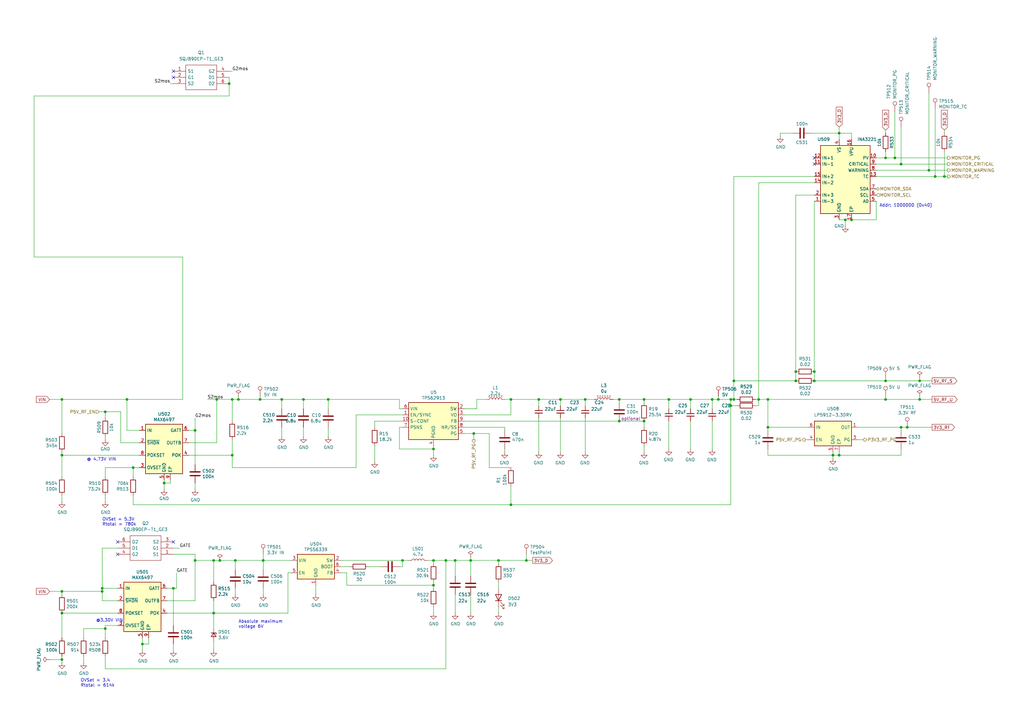
<source format=kicad_sch>
(kicad_sch (version 20230121) (generator eeschema)
  (paper "A3")
  (title_block (title "SatNOGS COMMS") (date "2020-02-20") (comment 1 "CERN OHL version 1.2"))
  (junction (at 25.4 242.57))
  (junction (at 193.04 229.87))
  (junction (at 177.8 229.87))
  (junction (at 377.19 156.21))
  (junction (at 292.1 163.83))
  (junction (at 58.42 264.16))
  (junction (at 311.15 163.83))
  (junction (at 95.25 163.83))
  (junction (at 177.8 240.03))
  (junction (at 229.87 163.83))
  (junction (at 264.16 172.72))
  (junction (at 341.63 186.69))
  (junction (at 43.18 257.81))
  (junction (at 107.95 229.87))
  (junction (at 106.68 163.83))
  (junction (at 363.22 163.83))
  (junction (at 67.31 198.12))
  (junction (at 299.72 163.83))
  (junction (at 115.57 163.83))
  (junction (at 209.55 207.01))
  (junction (at 124.46 163.83))
  (junction (at 294.64 163.83))
  (junction (at 52.07 163.83))
  (junction (at 344.17 186.69))
  (junction (at 209.55 163.83))
  (junction (at 80.01 229.87))
  (junction (at 299.72 166.37))
  (junction (at 334.01 152.4))
  (junction (at 204.47 229.87))
  (junction (at 95.25 186.69))
  (junction (at 87.63 251.46))
  (junction (at 381 69.85))
  (junction (at 349.25 90.17))
  (junction (at 254 172.72))
  (junction (at 372.11 175.26))
  (junction (at 43.18 168.91))
  (junction (at 88.9 163.83))
  (junction (at 41.91 241.3))
  (junction (at 274.32 163.83))
  (junction (at 300.99 163.83))
  (junction (at 283.21 163.83))
  (junction (at 87.63 229.87))
  (junction (at 314.96 163.83))
  (junction (at 387.35 72.39))
  (junction (at 377.19 163.83))
  (junction (at 363.22 156.21))
  (junction (at 344.17 54.61))
  (junction (at 300.99 156.21))
  (junction (at 326.39 156.21))
  (junction (at 240.03 163.83))
  (junction (at 346.71 90.17))
  (junction (at 186.69 229.87))
  (junction (at 220.98 163.83))
  (junction (at 134.62 163.83))
  (junction (at 383.54 72.39))
  (junction (at 326.39 152.4))
  (junction (at 254 163.83))
  (junction (at 194.31 177.8))
  (junction (at 215.9 229.87))
  (junction (at 54.61 191.77))
  (junction (at 314.96 175.26))
  (junction (at 334.01 156.21))
  (junction (at 165.1 229.87))
  (junction (at 25.4 163.83))
  (junction (at 90.17 229.87))
  (junction (at 25.4 270.51))
  (junction (at 369.57 67.31))
  (junction (at 96.52 229.87))
  (junction (at 363.22 64.77))
  (junction (at 367.03 64.77))
  (junction (at 177.8 184.15))
  (junction (at 25.4 186.69))
  (junction (at 264.16 163.83))
  (junction (at 369.57 175.26))
  (junction (at 93.98 34.29))
  (junction (at 97.79 163.83))
  (junction (at 182.88 229.87))
  (junction (at 80.01 176.53))
  (junction (at 41.91 242.57))
  (junction (at 71.12 241.3))
  (junction (at 25.4 251.46))
  (no_connect (at 71.12 222.25))
  (no_connect (at 71.12 31.75))
  (no_connect (at 334.01 64.77))
  (no_connect (at 48.26 222.25))
  (no_connect (at 334.01 67.31))
  (no_connect (at 71.12 29.21))
  (no_connect (at 48.26 227.33))
  (wire (pts (xy 80.01 227.33) (xy 80.01 229.87)))
  (wire (pts (xy 163.83 163.83) (xy 163.83 167.64)))
  (wire (pts (xy 43.18 274.32) (xy 182.88 274.32)))
  (wire (pts (xy 377.19 162.56) (xy 377.19 163.83)))
  (wire (pts (xy 294.64 163.83) (xy 292.1 163.83)))
  (wire (pts (xy 54.61 191.77) (xy 43.18 191.77)))
  (wire (pts (xy 332.74 54.61) (xy 344.17 54.61)))
  (wire (pts (xy 207.01 163.83) (xy 209.55 163.83)))
  (wire (pts (xy 71.12 241.3) (xy 71.12 256.54)))
  (wire (pts (xy 74.93 163.83) (xy 52.07 163.83)))
  (wire (pts (xy 311.15 74.93) (xy 334.01 74.93)))
  (wire (pts (xy 151.13 232.41) (xy 156.21 232.41)))
  (wire (pts (xy 220.98 163.83) (xy 229.87 163.83)))
  (wire (pts (xy 363.22 162.56) (xy 363.22 163.83)))
  (wire (pts (xy 344.17 52.07) (xy 344.17 54.61)))
  (wire (pts (xy 229.87 171.45) (xy 229.87 185.42)))
  (wire (pts (xy 96.52 241.3) (xy 96.52 243.84)))
  (wire (pts (xy 49.53 168.91) (xy 49.53 181.61)))
  (wire (pts (xy 163.83 184.15) (xy 177.8 184.15)))
  (wire (pts (xy 314.96 163.83) (xy 314.96 175.26)))
  (wire (pts (xy 334.01 156.21) (xy 363.22 156.21)))
  (wire (pts (xy 43.18 256.54) (xy 43.18 257.81)))
  (wire (pts (xy 146.05 191.77) (xy 146.05 170.18)))
  (wire (pts (xy 344.17 54.61) (xy 344.17 57.15)))
  (wire (pts (xy 41.91 224.79) (xy 41.91 241.3)))
  (wire (pts (xy 254 172.72) (xy 264.16 172.72)))
  (wire (pts (xy 326.39 80.01) (xy 326.39 152.4)))
  (wire (pts (xy 177.8 240.03) (xy 177.8 241.3)))
  (wire (pts (xy 163.83 232.41) (xy 165.1 232.41)))
  (wire (pts (xy 163.83 175.26) (xy 163.83 184.15)))
  (wire (pts (xy 80.01 190.5) (xy 80.01 176.53)))
  (wire (pts (xy 115.57 167.64) (xy 115.57 163.83)))
  (wire (pts (xy 229.87 163.83) (xy 240.03 163.83)))
  (wire (pts (xy 142.24 240.03) (xy 177.8 240.03)))
  (wire (pts (xy 254 163.83) (xy 264.16 163.83)))
  (wire (pts (xy 274.32 163.83) (xy 283.21 163.83)))
  (wire (pts (xy 215.9 229.87) (xy 218.44 229.87)))
  (wire (pts (xy 363.22 154.94) (xy 363.22 156.21)))
  (wire (pts (xy 134.62 175.26) (xy 134.62 179.07)))
  (wire (pts (xy 220.98 163.83) (xy 220.98 166.37)))
  (wire (pts (xy 90.17 229.87) (xy 96.52 229.87)))
  (wire (pts (xy 372.11 175.26) (xy 382.27 175.26)))
  (wire (pts (xy 177.8 238.76) (xy 177.8 240.03)))
  (wire (pts (xy 80.01 171.45) (xy 80.01 176.53)))
  (wire (pts (xy 43.18 261.62) (xy 43.18 257.81)))
  (wire (pts (xy 309.88 166.37) (xy 311.15 166.37)))
  (wire (pts (xy 146.05 170.18) (xy 165.1 170.18)))
  (wire (pts (xy 346.71 90.17) (xy 349.25 90.17)))
  (wire (pts (xy 88.9 163.83) (xy 88.9 181.61)))
  (wire (pts (xy 41.91 242.57) (xy 25.4 242.57)))
  (wire (pts (xy 25.4 186.69) (xy 25.4 185.42)))
  (wire (pts (xy 60.96 264.16) (xy 58.42 264.16)))
  (wire (pts (xy 299.72 207.01) (xy 299.72 166.37)))
  (wire (pts (xy 372.11 175.26) (xy 369.57 175.26)))
  (wire (pts (xy 115.57 163.83) (xy 124.46 163.83)))
  (wire (pts (xy 115.57 175.26) (xy 115.57 179.07)))
  (wire (pts (xy 167.64 229.87) (xy 165.1 229.87)))
  (wire (pts (xy 95.25 163.83) (xy 97.79 163.83)))
  (wire (pts (xy 344.17 90.17) (xy 346.71 90.17)))
  (wire (pts (xy 299.72 166.37) (xy 302.26 166.37)))
  (wire (pts (xy 87.63 262.89) (xy 87.63 266.7)))
  (wire (pts (xy 25.4 163.83) (xy 20.32 163.83)))
  (wire (pts (xy 254 163.83) (xy 254 165.1)))
  (wire (pts (xy 124.46 175.26) (xy 124.46 179.07)))
  (wire (pts (xy 41.91 246.38) (xy 48.26 246.38)))
  (wire (pts (xy 87.63 238.76) (xy 87.63 229.87)))
  (wire (pts (xy 71.12 264.16) (xy 71.12 266.7)))
  (wire (pts (xy 124.46 163.83) (xy 134.62 163.83)))
  (wire (pts (xy 194.31 177.8) (xy 194.31 180.34)))
  (wire (pts (xy 134.62 163.83) (xy 163.83 163.83)))
  (wire (pts (xy 193.04 228.6) (xy 193.04 229.87)))
  (wire (pts (xy 381 38.1) (xy 381 69.85)))
  (wire (pts (xy 186.69 236.22) (xy 186.69 229.87)))
  (wire (pts (xy 182.88 229.87) (xy 186.69 229.87)))
  (wire (pts (xy 52.07 176.53) (xy 52.07 163.83)))
  (wire (pts (xy 163.83 167.64) (xy 165.1 167.64)))
  (wire (pts (xy 129.54 240.03) (xy 129.54 243.84)))
  (wire (pts (xy 377.19 154.94) (xy 377.19 156.21)))
  (wire (pts (xy 41.91 224.79) (xy 48.26 224.79)))
  (wire (pts (xy 177.8 248.92) (xy 177.8 251.46)))
  (wire (pts (xy 359.41 82.55) (xy 359.41 90.17)))
  (wire (pts (xy 88.9 181.61) (xy 77.47 181.61)))
  (wire (pts (xy 106.68 163.83) (xy 115.57 163.83)))
  (wire (pts (xy 334.01 152.4) (xy 334.01 156.21)))
  (wire (pts (xy 25.4 251.46) (xy 25.4 261.62)))
  (wire (pts (xy 363.22 156.21) (xy 377.19 156.21)))
  (wire (pts (xy 363.22 62.23) (xy 363.22 64.77)))
  (wire (pts (xy 74.93 163.83) (xy 74.93 105.41)))
  (wire (pts (xy 54.61 203.2) (xy 54.61 207.01)))
  (wire (pts (xy 311.15 163.83) (xy 314.96 163.83)))
  (wire (pts (xy 387.35 54.61) (xy 387.35 53.34)))
  (wire (pts (xy 341.63 186.69) (xy 344.17 186.69)))
  (wire (pts (xy 25.4 270.51) (xy 25.4 269.24)))
  (wire (pts (xy 67.31 200.66) (xy 67.31 198.12)))
  (wire (pts (xy 215.9 227.33) (xy 215.9 229.87)))
  (wire (pts (xy 107.95 229.87) (xy 119.38 229.87)))
  (wire (pts (xy 74.93 105.41) (xy 13.97 105.41)))
  (wire (pts (xy 95.25 191.77) (xy 95.25 186.69)))
  (wire (pts (xy 118.11 251.46) (xy 87.63 251.46)))
  (wire (pts (xy 369.57 52.07) (xy 369.57 67.31)))
  (wire (pts (xy 264.16 182.88) (xy 264.16 185.42)))
  (wire (pts (xy 349.25 54.61) (xy 344.17 54.61)))
  (wire (pts (xy 165.1 229.87) (xy 139.7 229.87)))
  (wire (pts (xy 49.53 181.61) (xy 57.15 181.61)))
  (wire (pts (xy 142.24 234.95) (xy 142.24 240.03)))
  (wire (pts (xy 68.58 251.46) (xy 87.63 251.46)))
  (wire (pts (xy 383.54 72.39) (xy 359.41 72.39)))
  (wire (pts (xy 95.25 172.72) (xy 95.25 163.83)))
  (wire (pts (xy 25.4 242.57) (xy 20.32 242.57)))
  (wire (pts (xy 334.01 72.39) (xy 300.99 72.39)))
  (wire (pts (xy 334.01 82.55) (xy 334.01 152.4)))
  (wire (pts (xy 264.16 172.72) (xy 264.16 175.26)))
  (wire (pts (xy 20.32 270.51) (xy 25.4 270.51)))
  (wire (pts (xy 175.26 229.87) (xy 177.8 229.87)))
  (wire (pts (xy 153.67 172.72) (xy 165.1 172.72)))
  (wire (pts (xy 341.63 186.69) (xy 341.63 185.42)))
  (wire (pts (xy 139.7 232.41) (xy 143.51 232.41)))
  (wire (pts (xy 193.04 229.87) (xy 204.47 229.87)))
  (wire (pts (xy 34.29 257.81) (xy 43.18 257.81)))
  (wire (pts (xy 25.4 243.84) (xy 25.4 242.57)))
  (wire (pts (xy 283.21 163.83) (xy 283.21 167.64)))
  (wire (pts (xy 71.12 241.3) (xy 68.58 241.3)))
  (wire (pts (xy 367.03 64.77) (xy 388.62 64.77)))
  (wire (pts (xy 142.24 234.95) (xy 139.7 234.95)))
  (wire (pts (xy 387.35 72.39) (xy 383.54 72.39)))
  (wire (pts (xy 377.19 156.21) (xy 382.27 156.21)))
  (wire (pts (xy 207.01 185.42) (xy 207.01 184.15)))
  (wire (pts (xy 193.04 236.22) (xy 193.04 229.87)))
  (wire (pts (xy 264.16 165.1) (xy 264.16 163.83)))
  (wire (pts (xy 77.47 186.69) (xy 95.25 186.69)))
  (wire (pts (xy 300.99 72.39) (xy 300.99 156.21)))
  (wire (pts (xy 54.61 207.01) (xy 209.55 207.01)))
  (wire (pts (xy 186.69 243.84) (xy 186.69 251.46)))
  (wire (pts (xy 118.11 234.95) (xy 118.11 251.46)))
  (wire (pts (xy 13.97 105.41) (xy 13.97 39.37)))
  (wire (pts (xy 229.87 163.83) (xy 229.87 166.37)))
  (wire (pts (xy 283.21 172.72) (xy 283.21 184.15)))
  (wire (pts (xy 67.31 198.12) (xy 69.85 198.12)))
  (wire (pts (xy 204.47 229.87) (xy 204.47 231.14)))
  (wire (pts (xy 369.57 67.31) (xy 359.41 67.31)))
  (wire (pts (xy 200.66 191.77) (xy 209.55 191.77)))
  (wire (pts (xy 153.67 172.72) (xy 153.67 175.26)))
  (wire (pts (xy 209.55 207.01) (xy 299.72 207.01)))
  (wire (pts (xy 320.04 55.88) (xy 320.04 54.61)))
  (wire (pts (xy 300.99 156.21) (xy 300.99 163.83)))
  (wire (pts (xy 240.03 163.83) (xy 243.84 163.83)))
  (wire (pts (xy 220.98 171.45) (xy 220.98 185.42)))
  (wire (pts (xy 88.9 163.83) (xy 95.25 163.83)))
  (wire (pts (xy 292.1 172.72) (xy 292.1 184.15)))
  (wire (pts (xy 377.19 163.83) (xy 382.27 163.83)))
  (wire (pts (xy 118.11 234.95) (xy 119.38 234.95)))
  (wire (pts (xy 124.46 163.83) (xy 124.46 167.64)))
  (wire (pts (xy 330.2 180.34) (xy 331.47 180.34)))
  (wire (pts (xy 72.39 234.95) (xy 72.39 241.3)))
  (wire (pts (xy 344.17 186.69) (xy 369.57 186.69)))
  (wire (pts (xy 359.41 90.17) (xy 349.25 90.17)))
  (wire (pts (xy 80.01 176.53) (xy 77.47 176.53)))
  (wire (pts (xy 60.96 261.62) (xy 60.96 264.16)))
  (wire (pts (xy 351.79 180.34) (xy 354.33 180.34)))
  (wire (pts (xy 48.26 251.46) (xy 25.4 251.46)))
  (wire (pts (xy 87.63 229.87) (xy 90.17 229.87)))
  (wire (pts (xy 193.04 243.84) (xy 193.04 251.46)))
  (wire (pts (xy 40.64 168.91) (xy 43.18 168.91)))
  (wire (pts (xy 388.62 72.39) (xy 387.35 72.39)))
  (wire (pts (xy 209.55 199.39) (xy 209.55 207.01)))
  (wire (pts (xy 163.83 175.26) (xy 165.1 175.26)))
  (wire (pts (xy 58.42 266.7) (xy 58.42 264.16)))
  (wire (pts (xy 43.18 256.54) (xy 48.26 256.54)))
  (wire (pts (xy 363.22 64.77) (xy 359.41 64.77)))
  (wire (pts (xy 25.4 271.78) (xy 25.4 270.51)))
  (wire (pts (xy 85.09 163.83) (xy 88.9 163.83)))
  (wire (pts (xy 367.03 64.77) (xy 363.22 64.77)))
  (wire (pts (xy 387.35 72.39) (xy 387.35 62.23)))
  (wire (pts (xy 207.01 175.26) (xy 207.01 176.53)))
  (wire (pts (xy 367.03 45.72) (xy 367.03 64.77)))
  (wire (pts (xy 274.32 172.72) (xy 274.32 184.15)))
  (wire (pts (xy 97.79 162.56) (xy 97.79 163.83)))
  (wire (pts (xy 283.21 163.83) (xy 292.1 163.83)))
  (wire (pts (xy 383.54 44.45) (xy 383.54 72.39)))
  (wire (pts (xy 320.04 54.61) (xy 325.12 54.61)))
  (wire (pts (xy 349.25 57.15) (xy 349.25 54.61)))
  (wire (pts (xy 71.12 224.79) (xy 73.66 224.79)))
  (wire (pts (xy 34.29 271.78) (xy 34.29 269.24)))
  (wire (pts (xy 107.95 241.3) (xy 107.95 243.84)))
  (wire (pts (xy 359.41 69.85) (xy 381 69.85)))
  (wire (pts (xy 71.12 227.33) (xy 80.01 227.33)))
  (wire (pts (xy 204.47 238.76) (xy 204.47 241.3)))
  (wire (pts (xy 57.15 186.69) (xy 25.4 186.69)))
  (wire (pts (xy 314.96 184.15) (xy 314.96 186.69)))
  (wire (pts (xy 204.47 229.87) (xy 215.9 229.87)))
  (wire (pts (xy 294.64 163.83) (xy 299.72 163.83)))
  (wire (pts (xy 200.66 177.8) (xy 194.31 177.8)))
  (wire (pts (xy 326.39 152.4) (xy 326.39 156.21)))
  (wire (pts (xy 153.67 182.88) (xy 153.67 189.23)))
  (wire (pts (xy 41.91 241.3) (xy 48.26 241.3)))
  (wire (pts (xy 314.96 163.83) (xy 363.22 163.83)))
  (wire (pts (xy 369.57 184.15) (xy 369.57 186.69)))
  (wire (pts (xy 311.15 163.83) (xy 311.15 166.37)))
  (wire (pts (xy 69.85 198.12) (xy 69.85 196.85)))
  (wire (pts (xy 95.25 29.21) (xy 93.98 29.21)))
  (wire (pts (xy 80.01 229.87) (xy 87.63 229.87)))
  (wire (pts (xy 107.95 233.68) (xy 107.95 229.87)))
  (wire (pts (xy 58.42 264.16) (xy 58.42 261.62)))
  (wire (pts (xy 190.5 175.26) (xy 207.01 175.26)))
  (wire (pts (xy 190.5 172.72) (xy 254 172.72)))
  (wire (pts (xy 195.58 163.83) (xy 199.39 163.83)))
  (wire (pts (xy 96.52 229.87) (xy 107.95 229.87)))
  (wire (pts (xy 13.97 39.37) (xy 93.98 39.37)))
  (wire (pts (xy 25.4 177.8) (xy 25.4 163.83)))
  (wire (pts (xy 334.01 80.01) (xy 326.39 80.01)))
  (wire (pts (xy 107.95 227.33) (xy 107.95 229.87)))
  (wire (pts (xy 251.46 163.83) (xy 254 163.83)))
  (wire (pts (xy 95.25 191.77) (xy 146.05 191.77)))
  (wire (pts (xy 369.57 176.53) (xy 369.57 175.26)))
  (wire (pts (xy 190.5 170.18) (xy 209.55 170.18)))
  (wire (pts (xy 299.72 163.83) (xy 300.99 163.83)))
  (wire (pts (xy 204.47 248.92) (xy 204.47 251.46)))
  (wire (pts (xy 346.71 92.71) (xy 346.71 90.17)))
  (wire (pts (xy 200.66 177.8) (xy 200.66 191.77)))
  (wire (pts (xy 177.8 229.87) (xy 182.88 229.87)))
  (wire (pts (xy 177.8 182.88) (xy 177.8 184.15)))
  (wire (pts (xy 25.4 195.58) (xy 25.4 186.69)))
  (wire (pts (xy 67.31 198.12) (xy 67.31 196.85)))
  (wire (pts (xy 369.57 175.26) (xy 351.79 175.26)))
  (wire (pts (xy 34.29 257.81) (xy 34.29 261.62)))
  (wire (pts (xy 87.63 251.46) (xy 87.63 246.38)))
  (wire (pts (xy 344.17 185.42) (xy 344.17 186.69)))
  (wire (pts (xy 292.1 163.83) (xy 292.1 167.64)))
  (wire (pts (xy 96.52 233.68) (xy 96.52 229.87)))
  (wire (pts (xy 43.18 171.45) (xy 43.18 168.91)))
  (wire (pts (xy 106.68 162.56) (xy 106.68 163.83)))
  (wire (pts (xy 93.98 31.75) (xy 93.98 34.29)))
  (wire (pts (xy 93.98 39.37) (xy 93.98 34.29)))
  (wire (pts (xy 25.4 205.74) (xy 25.4 203.2)))
  (wire (pts (xy 54.61 191.77) (xy 54.61 195.58)))
  (wire (pts (xy 97.79 163.83) (xy 106.68 163.83)))
  (wire (pts (xy 190.5 177.8) (xy 194.31 177.8)))
  (wire (pts (xy 49.53 168.91) (xy 43.18 168.91)))
  (wire (pts (xy 177.8 184.15) (xy 177.8 186.69)))
  (wire (pts (xy 314.96 186.69) (xy 341.63 186.69)))
  (wire (pts (xy 240.03 171.45) (xy 240.03 185.42)))
  (wire (pts (xy 71.12 34.29) (xy 69.85 34.29)))
  (wire (pts (xy 294.64 162.56) (xy 294.64 163.83)))
  (wire (pts (xy 95.25 186.69) (xy 95.25 180.34)))
  (wire (pts (xy 177.8 231.14) (xy 177.8 229.87)))
  (wire (pts (xy 182.88 274.32) (xy 182.88 229.87)))
  (wire (pts (xy 209.55 163.83) (xy 209.55 170.18)))
  (wire (pts (xy 54.61 191.77) (xy 57.15 191.77)))
  (wire (pts (xy 43.18 269.24) (xy 43.18 274.32)))
  (wire (pts (xy 195.58 163.83) (xy 195.58 167.64)))
  (wire (pts (xy 299.72 166.37) (xy 299.72 163.83)))
  (wire (pts (xy 311.15 74.93) (xy 311.15 163.83)))
  (wire (pts (xy 165.1 232.41) (xy 165.1 229.87)))
  (wire (pts (xy 43.18 205.74) (xy 43.18 203.2)))
  (wire (pts (xy 309.88 163.83) (xy 311.15 163.83)))
  (wire (pts (xy 72.39 241.3) (xy 71.12 241.3)))
  (wire (pts (xy 87.63 251.46) (xy 87.63 257.81)))
  (wire (pts (xy 195.58 167.64) (xy 190.5 167.64)))
  (wire (pts (xy 274.32 163.83) (xy 274.32 167.64)))
  (wire (pts (xy 363.22 54.61) (xy 363.22 53.34)))
  (wire (pts (xy 264.16 163.83) (xy 274.32 163.83)))
  (wire (pts (xy 209.55 163.83) (xy 220.98 163.83)))
  (wire (pts (xy 41.91 246.38) (xy 41.91 242.57)))
  (wire (pts (xy 381 69.85) (xy 388.62 69.85)))
  (wire (pts (xy 80.01 246.38) (xy 68.58 246.38)))
  (wire (pts (xy 186.69 229.87) (xy 193.04 229.87)))
  (wire (pts (xy 43.18 179.07) (xy 43.18 180.34)))
  (wire (pts (xy 326.39 156.21) (xy 300.99 156.21)))
  (wire (pts (xy 80.01 229.87) (xy 80.01 246.38)))
  (wire (pts (xy 57.15 176.53) (xy 52.07 176.53)))
  (wire (pts (xy 25.4 163.83) (xy 52.07 163.83)))
  (wire (pts (xy 363.22 163.83) (xy 377.19 163.83)))
  (wire (pts (xy 134.62 163.83) (xy 134.62 167.64)))
  (wire (pts (xy 43.18 195.58) (xy 43.18 191.77)))
  (wire (pts (xy 240.03 163.83) (xy 240.03 166.37)))
  (wire (pts (xy 300.99 163.83) (xy 302.26 163.83)))
  (wire (pts (xy 314.96 175.26) (xy 314.96 176.53)))
  (wire (pts (xy 341.63 187.96) (xy 341.63 186.69)))
  (wire (pts (xy 314.96 175.26) (xy 331.47 175.26)))
  (wire (pts (xy 80.01 200.66) (xy 80.01 198.12)))
  (wire (pts (xy 41.91 241.3) (xy 41.91 242.57)))
  (wire (pts (xy 388.62 67.31) (xy 369.57 67.31)))
  (text "OVSet = 3.4\nRtotal = 614k\n" (at 33.02 281.94 0) (effects (font (size 1.27 1.27)) (justify left bottom)))
  (text "@ 4.73V VIN" (at 35.56 189.23 0) (effects (font (size 1.27 1.27)) (justify left bottom)))
  (text "@3.30V VIN" (at 39.37 255.27 0) (effects (font (size 1.27 1.27)) (justify left bottom)))
  (text "OVSet = 5.3V\nRtotal = 780k\n" (at 41.91 215.9 0) (effects (font (size 1.27 1.27)) (justify left bottom)))
  (text "Absolute maximum\nvoltage 6V" (at 97.79 257.81 0) (effects (font (size 1.27 1.27)) (justify left bottom)))
  (text "Addr: 1000000 (0x40)" (at 360.68 85.09 0) (effects (font (size 1.27 1.27)) (justify left bottom)))
  (label "S2mos" (at 69.85 34.29 180))
  (label "G2mos" (at 95.25 29.21 0))
  (label "G2mos" (at 80.01 171.45 0))
  (label "GATE" (at 72.39 234.95 0))
  (label "S2mos" (at 85.09 163.83 0))
  (label "GATE" (at 73.66 224.79 0))
  (global_label "5V_RF_U" (shape output) (at 382.27 163.83 0) (property "Intersheetrefs" "${INTERSHEET_REFS}" (effects hide)))
  (global_label "VIN" (shape input) (at 20.32 242.57 180) (property "Intersheetrefs" "${INTERSHEET_REFS}" (effects hide)))
  (global_label "3V3_D" (shape input) (at 363.22 53.34 90) (property "Intersheetrefs" "${INTERSHEET_REFS}" (effects hide)))
  (global_label "3V3_D" (shape input) (at 344.17 52.07 90) (property "Intersheetrefs" "${INTERSHEET_REFS}" (effects hide)))
  (global_label "3V3_RF" (shape output) (at 382.27 175.26 0) (property "Intersheetrefs" "${INTERSHEET_REFS}" (effects hide)))
  (global_label "3V3_D" (shape output) (at 218.44 229.87 0) (property "Intersheetrefs" "${INTERSHEET_REFS}" (effects hide)))
  (global_label "5V_RF_S" (shape output) (at 382.27 156.21 0) (property "Intersheetrefs" "${INTERSHEET_REFS}" (effects hide)))
  (global_label "3V3_D" (shape input) (at 387.35 53.34 90) (property "Intersheetrefs" "${INTERSHEET_REFS}" (effects hide)))
  (global_label "VIN" (shape input) (at 20.32 163.83 180) (property "Intersheetrefs" "${INTERSHEET_REFS}" (effects hide)))
  (hierarchical_label "MONITOR_CRITICAL" (shape output) (at 388.62 67.31 0))
  (hierarchical_label "MONITOR_WARNING" (shape output) (at 388.62 69.85 0))
  (hierarchical_label "MONITOR_SDA" (shape bidirectional) (at 359.41 77.47 0))
  (hierarchical_label "P5V_RF_PG" (shape output) (at 194.31 180.34 270))
  (hierarchical_label "P5V_RF_EN" (shape input) (at 40.64 168.91 180))
  (hierarchical_label "MONITOR_TC" (shape output) (at 388.62 72.39 0))
  (hierarchical_label "P3V3_RF_PG" (shape output) (at 354.33 180.34 0))
  (hierarchical_label "P5V_RF_PG" (shape output) (at 330.2 180.34 180))
  (hierarchical_label "MONITOR_SCL" (shape input) (at 359.41 80.01 0))
  (hierarchical_label "MONITOR_PG" (shape output) (at 388.62 64.77 0))
  (symbol (lib_id "lsf-kicad:TPS56339DDC") (at 129.54 232.41 0) (unit 1)
    (property "Reference" "U504" (at 129.54 223.0882 0))
    (property "Value" "TPS56339" (at 129.54 225.3996 0))
    (property "Footprint" "Package_TO_SOT_SMD:SOT-23-6" (effects hide))
    (property "Datasheet" "https://www.ti.com/lit/ds/symlink/tps56339.pdf" (effects hide))
    (property "PartNumber" "TPS56339DDCR" (effects hide))
    (property "Sim.Enable" "0" (effects hide))
  )
  (symbol (lib_id "power:GND") (at 129.54 243.84 0) (unit 1)
    (property "Reference" "#PWR0523" (effects hide))
    (property "Value" "GND" (at 129.667 248.2342 0))
  )
  (symbol (lib_id "Device:C") (at 96.52 237.49 0) (unit 1)
    (property "Reference" "C504" (at 99.441 236.3216 0) (effects (justify left)))
    (property "Value" "10u" (at 99.441 238.633 0) (effects (justify left)))
    (property "Footprint" "Capacitor_SMD:C_0805_2012Metric" (effects hide))
    (property "PartNumber" "EMK212BB7106KG-T" (effects hide))
    (property "Description" "ESR 4.639mOhm" (effects hide))
    (property "Mnf." "Taiyo Yuden" (effects hide))
  )
  (symbol (lib_id "Device:C") (at 107.95 237.49 0) (unit 1)
    (property "Reference" "C506" (at 110.871 236.3216 0) (effects (justify left)))
    (property "Value" "100n" (at 110.871 238.633 0) (effects (justify left)))
    (property "Footprint" "Capacitor_SMD:C_0805_2012Metric" (effects hide))
    (property "PartNumber" "C0805C104M5RACTU" (effects hide))
    (property "Description" "ESR 4.639mOhm" (effects hide))
  )
  (symbol (lib_id "Device:C") (at 160.02 232.41 270) (unit 1)
    (property "Reference" "C512" (at 160.02 236.474 90))
    (property "Value" "100n" (at 160.02 238.7854 90))
    (property "Footprint" "Capacitor_SMD:C_0805_2012Metric" (effects hide))
    (property "PartNumber" "C0805C104M5RACTU" (effects hide))
  )
  (symbol (lib_id "Device:C") (at 186.69 240.03 180) (unit 1)
    (property "Reference" "C513" (at 187.96 243.84 0) (effects (justify right)))
    (property "Value" "22u" (at 187.96 246.38 0) (effects (justify right)))
    (property "Footprint" "Capacitor_SMD:C_0805_2012Metric" (effects hide))
    (property "PartNumber" "GRM21BR61A226ME44L" (effects hide))
  )
  (symbol (lib_id "Device:C") (at 193.04 240.03 180) (unit 1)
    (property "Reference" "C516" (at 195.58 243.84 0) (effects (justify right)))
    (property "Value" "22u" (at 195.58 246.38 0) (effects (justify right)))
    (property "Footprint" "Capacitor_SMD:C_0805_2012Metric" (effects hide))
    (property "PartNumber" "GRM21BR61A226ME44L" (effects hide))
  )
  (symbol (lib_id "Device:R") (at 147.32 232.41 270) (unit 1)
    (property "Reference" "R520" (at 147.32 235.331 90))
    (property "Value" "30" (at 147.32 237.6424 90))
    (property "Footprint" "Resistor_SMD:R_0603_1608Metric" (effects hide))
    (property "PartNumber" "RC0603FR-0730RL" (effects hide))
  )
  (symbol (lib_id "Device:R") (at 177.8 234.95 180) (unit 1)
    (property "Reference" "R521" (at 176.0474 233.7816 0) (effects (justify left)))
    (property "Value" "30.9k" (at 176.0474 236.093 0) (effects (justify left)))
    (property "Footprint" "Resistor_SMD:R_0603_1608Metric" (effects hide))
    (property "PartNumber" "ERJ-U03F3092V" (effects hide))
  )
  (symbol (lib_id "Device:R") (at 177.8 245.11 180) (unit 1)
    (property "Reference" "R522" (at 176.022 243.9416 0) (effects (justify left)))
    (property "Value" "10k" (at 176.022 246.253 0) (effects (justify left)))
    (property "Footprint" "Resistor_SMD:R_0603_1608Metric" (effects hide))
    (property "PartNumber" "CRCW060310K0FKECC" (effects hide))
  )
  (symbol (lib_id "Device:L") (at 171.45 229.87 90) (unit 1)
    (property "Reference" "L501" (at 171.45 225.044 90))
    (property "Value" "4.7u" (at 171.45 227.3554 90))
    (property "Footprint" "Inductor_SMD:L_Bourns_SRN6045TA" (effects hide))
    (property "PartNumber" "SRN6045-4R7Y" (effects hide))
  )
  (symbol (lib_id "power:GND") (at 177.8 251.46 0) (unit 1)
    (property "Reference" "#PWR0529" (effects hide))
    (property "Value" "GND" (at 177.927 255.8542 0))
  )
  (symbol (lib_id "power:GND") (at 186.69 251.46 0) (unit 1)
    (property "Reference" "#PWR0530" (effects hide))
    (property "Value" "GND" (at 186.817 255.8542 0))
  )
  (symbol (lib_id "power:GND") (at 193.04 251.46 0) (unit 1)
    (property "Reference" "#PWR0531" (effects hide))
    (property "Value" "GND" (at 193.167 255.8542 0))
  )
  (symbol (lib_id "power:GND") (at 107.95 243.84 0) (unit 1)
    (property "Reference" "#PWR0518" (effects hide))
    (property "Value" "GND" (at 108.077 248.2342 0))
  )
  (symbol (lib_id "power:GND") (at 96.52 243.84 0) (unit 1)
    (property "Reference" "#PWR0516" (effects hide))
    (property "Value" "GND" (at 96.647 248.2342 0))
  )
  (symbol (lib_id "Device:C") (at 314.96 180.34 0) (unit 1)
    (property "Reference" "C529" (at 312.039 179.1716 0) (effects (justify right)))
    (property "Value" "1u" (at 312.039 181.483 0) (effects (justify right)))
    (property "Footprint" "Capacitor_SMD:C_0603_1608Metric" (effects hide))
    (property "PartNumber" "EMK107B7105KA-T" (effects hide))
  )
  (symbol (lib_id "Device:C") (at 369.57 180.34 0) (unit 1)
    (property "Reference" "C533" (at 372.491 179.1716 0) (effects (justify left)))
    (property "Value" "1u" (at 372.491 181.483 0) (effects (justify left)))
    (property "Footprint" "Capacitor_SMD:C_0603_1608Metric" (effects hide))
    (property "PartNumber" "EMK107B7105KA-T" (effects hide))
  )
  (symbol (lib_id "power:GND") (at 341.63 187.96 0) (unit 1)
    (property "Reference" "#PWR0535" (effects hide))
    (property "Value" "GND" (at 341.757 192.3542 0))
  )
  (symbol (lib_id "Power_Management:INA3221") (at 346.71 74.93 0) (unit 1)
    (property "Reference" "U509" (at 337.82 57.15 0))
    (property "Value" "INA3221" (at 355.6 57.15 0))
    (property "Footprint" "Package_DFN_QFN:Texas_RGV_S-PVQFN-N16_EP2.1x2.1mm" (effects hide))
    (property "Datasheet" "http://www.ti.com/lit/ds/symlink/ina3221.pdf" (effects hide))
    (property "PartNumber" "INA3221" (effects hide))
    (property "Sim.Enable" "0" (effects hide))
  )
  (symbol (lib_id "power:GND") (at 346.71 92.71 0) (unit 1)
    (property "Reference" "#PWR0537" (effects hide))
    (property "Value" "GND" (at 344.17 92.71 0))
  )
  (symbol (lib_id "power:GND") (at 115.57 179.07 0) (unit 1)
    (property "Reference" "#PWR0522" (effects hide))
    (property "Value" "GND" (at 115.697 183.4642 0))
  )
  (symbol (lib_id "Device:C") (at 115.57 171.45 0) (unit 1)
    (property "Reference" "C510" (at 107.696 170.18 0) (effects (justify left)))
    (property "Value" "2.2n" (at 107.696 172.4914 0) (effects (justify left)))
    (property "Footprint" "Capacitor_SMD:C_0402_1005Metric" (effects hide))
    (property "PartNumber" "CGA2B2X7R1H222K050BA" (effects hide))
    (property "Description" "ESR 1.08Ohm" (effects hide))
  )
  (symbol (lib_id "Device:R") (at 330.2 156.21 270) (unit 1)
    (property "Reference" "R532" (at 330.2 159.131 90))
    (property "Value" "0.02" (at 330.2 161.4424 90))
    (property "Footprint" "Resistor_SMD:R_0805_2012Metric" (effects hide))
    (property "Mnf." "WSLP0805R0200FEA" (effects hide))
    (property "PartNumber" "RCWH080520L0FMEA" (effects hide))
  )
  (symbol (lib_id "Device:R") (at 306.07 163.83 270) (unit 1)
    (property "Reference" "R529" (at 306.07 158.5722 90))
    (property "Value" "0.02" (at 306.07 160.8836 90))
    (property "Footprint" "Resistor_SMD:R_0805_2012Metric" (effects hide))
    (property "Mnf." "WSLP0805R0200FEA" (effects hide))
    (property "PartNumber" "RCWH080520L0FMEA" (effects hide))
  )
  (symbol (lib_id "Device:R") (at 306.07 166.37 270) (unit 1)
    (property "Reference" "R530" (at 306.07 169.291 90))
    (property "Value" "0.02" (at 306.07 171.6024 90))
    (property "Footprint" "Resistor_SMD:R_0805_2012Metric" (effects hide))
    (property "Mnf." "WSLP0805R0200FEA" (effects hide))
    (property "PartNumber" "RCWH080520L0FMEA" (effects hide))
  )
  (symbol (lib_id "lsf-kicad:MAX6497") (at 58.42 248.92 0) (unit 1)
    (property "Reference" "U501" (at 58.42 234.569 0))
    (property "Value" "MAX6497" (at 58.42 236.8804 0))
    (property "Footprint" "lsf-kicad-lib:Maxim_T833-2_TDFN-8-1EP_3x3mm_P0.65mm_EP1.5x2.3mm" (effects hide))
    (property "Datasheet" "https://datasheets.maximintegrated.com/en/ds/MAX6495-MAX6499.pdf" (effects hide))
    (property "PartNumber" "MAX6497ATA+T" (effects hide))
    (property "Sim.Enable" "0" (effects hide))
  )
  (symbol (lib_id "Device:R") (at 43.18 265.43 180) (unit 1)
    (property "Reference" "R508" (at 41.402 266.5984 0) (effects (justify left)))
    (property "Value" "523k" (at 41.402 264.287 0) (effects (justify left)))
    (property "Footprint" "Resistor_SMD:R_0603_1608Metric" (effects hide))
    (property "PartNumber" "CRCW0603523KFKEA" (effects hide))
  )
  (symbol (lib_id "Device:R") (at 34.29 265.43 180) (unit 1)
    (property "Reference" "R507" (at 32.5374 264.2616 0) (effects (justify left)))
    (property "Value" "91k" (at 32.5374 266.573 0) (effects (justify left)))
    (property "Footprint" "Resistor_SMD:R_0603_1608Metric" (effects hide))
    (property "PartNumber" "RT0603FRE0791RL" (effects hide))
  )
  (symbol (lib_id "power:GND") (at 34.29 271.78 0) (unit 1)
    (property "Reference" "#PWR0504" (effects hide))
    (property "Value" "GND" (at 34.417 276.1742 0))
  )
  (symbol (lib_id "Device:R") (at 87.63 242.57 0) (unit 1)
    (property "Reference" "R515" (at 89.408 241.4016 0) (effects (justify left)))
    (property "Value" "2.2k" (at 89.408 243.713 0) (effects (justify left)))
    (property "Footprint" "Resistor_SMD:R_0603_1608Metric" (effects hide))
    (property "PartNumber" "CR0603-JW-222ELF" (effects hide))
  )
  (symbol (lib_id "power:GND") (at 58.42 266.7 0) (unit 1)
    (property "Reference" "#PWR0509" (effects hide))
    (property "Value" "GND" (at 58.547 271.0942 0))
  )
  (symbol (lib_id "Device:R") (at 25.4 247.65 180) (unit 1)
    (property "Reference" "R501" (at 27.178 246.4816 0) (effects (justify right)))
    (property "Value" "200k" (at 27.178 248.793 0) (effects (justify right)))
    (property "Footprint" "Resistor_SMD:R_0603_1608Metric" (effects hide))
    (property "PartNumber" "CRCW0603620KFKEAC" (effects hide))
  )
  (symbol (lib_id "Device:R") (at 25.4 265.43 180) (unit 1)
    (property "Reference" "R502" (at 23.622 264.2616 0) (effects (justify left)))
    (property "Value" "100k" (at 23.622 266.573 0) (effects (justify left)))
    (property "Footprint" "Resistor_SMD:R_0603_1608Metric" (effects hide))
    (property "PartNumber" "RT0603FRE071KL" (effects hide))
    (property "Mnf." "YAGEO" (effects hide))
  )
  (symbol (lib_id "power:GND") (at 25.4 271.78 0) (unit 1)
    (property "Reference" "#PWR0501" (effects hide))
    (property "Value" "GND" (at 25.527 276.1742 0))
  )
  (symbol (lib_id "power:PWR_FLAG") (at 97.79 162.56 0) (unit 1)
    (property "Reference" "#FLG0503" (effects hide))
    (property "Value" "PWR_FLAG" (at 97.79 158.1658 0))
  )
  (symbol (lib_id "Connector:TestPoint") (at 106.68 162.56 0) (unit 1) (in_bom no)
    (property "Reference" "TP502" (at 108.1532 159.5628 0) (effects (justify left)))
    (property "Value" "5V IN" (at 108.1532 161.8742 0) (effects (justify left)))
    (property "Footprint" "lsf-kicad-lib:TestPoint_D0.8mm_Mask-Only" (effects hide))
    (property "Sim.Enable" "0" (effects hide))
  )
  (symbol (lib_id "Connector:TestPoint") (at 294.64 162.56 0) (unit 1) (in_bom no)
    (property "Reference" "TP506" (at 296.1132 159.5628 0) (effects (justify left)))
    (property "Value" "5V" (at 296.1132 161.8742 0) (effects (justify left)))
    (property "Footprint" "lsf-kicad-lib:TestPoint_D0.8mm_Mask-Only" (effects hide))
    (property "Sim.Enable" "0" (effects hide))
  )
  (symbol (lib_id "Connector:TestPoint") (at 215.9 227.33 0) (unit 1) (in_bom no)
    (property "Reference" "TP504" (at 217.3732 224.3328 0) (effects (justify left)))
    (property "Value" "TestPoint" (at 217.3732 226.6442 0) (effects (justify left)))
    (property "Footprint" "lsf-kicad-lib:TestPoint_D0.8mm_Mask-Only" (effects hide))
    (property "Sim.Enable" "0" (effects hide))
  )
  (symbol (lib_id "Connector:TestPoint") (at 107.95 227.33 0) (unit 1) (in_bom no)
    (property "Reference" "TP501" (at 109.4232 224.3328 0) (effects (justify left)))
    (property "Value" "3.3V IN" (at 109.4232 226.6442 0) (effects (justify left)))
    (property "Footprint" "lsf-kicad-lib:TestPoint_D0.8mm_Mask-Only" (effects hide))
    (property "Sim.Enable" "0" (effects hide))
  )
  (symbol (lib_id "lsf-kicad:MAX6497") (at 67.31 184.15 0) (unit 1)
    (property "Reference" "U502" (at 67.31 169.799 0))
    (property "Value" "MAX6497" (at 67.31 172.1104 0))
    (property "Footprint" "lsf-kicad-lib:Maxim_T833-2_TDFN-8-1EP_3x3mm_P0.65mm_EP1.5x2.3mm" (effects hide))
    (property "Datasheet" "https://datasheets.maximintegrated.com/en/ds/MAX6495-MAX6499.pdf" (effects hide))
    (property "PartNumber" "MAX6497ATA+T" (effects hide))
    (property "Sim.Enable" "0" (effects hide))
  )
  (symbol (lib_id "Device:R") (at 54.61 199.39 180) (unit 1)
    (property "Reference" "R513" (at 52.832 200.5584 0) (effects (justify left)))
    (property "Value" "706k" (at 52.832 198.247 0) (effects (justify left)))
    (property "Footprint" "Resistor_SMD:R_0603_1608Metric" (effects hide))
    (property "PartNumber" "RN73H1JTTD7063D100" (effects hide))
  )
  (symbol (lib_id "Device:R") (at 43.18 199.39 180) (unit 1)
    (property "Reference" "R510" (at 41.4274 198.2216 0) (effects (justify left)))
    (property "Value" "73.2k" (at 41.4274 200.533 0) (effects (justify left)))
    (property "Footprint" "Resistor_SMD:R_0603_1608Metric" (effects hide))
    (property "PartNumber" "RT0603FRE0773K2L" (effects hide))
  )
  (symbol (lib_id "power:GND") (at 43.18 205.74 0) (unit 1)
    (property "Reference" "#PWR0506" (effects hide))
    (property "Value" "GND" (at 43.307 210.1342 0))
  )
  (symbol (lib_id "Device:R") (at 95.25 176.53 0) (unit 1)
    (property "Reference" "R516" (at 97.028 175.3616 0) (effects (justify left)))
    (property "Value" "2.2k" (at 97.028 177.673 0) (effects (justify left)))
    (property "Footprint" "Resistor_SMD:R_0603_1608Metric" (effects hide))
    (property "PartNumber" "CR0603-JW-222ELF" (effects hide))
  )
  (symbol (lib_id "power:GND") (at 67.31 200.66 0) (unit 1)
    (property "Reference" "#PWR0510" (effects hide))
    (property "Value" "GND" (at 67.31 204.47 0))
  )
  (symbol (lib_id "Device:R") (at 25.4 181.61 0) (mirror x) (unit 1)
    (property "Reference" "R503" (at 23.622 180.4416 0) (effects (justify right)))
    (property "Value" "345k" (at 23.622 182.753 0) (effects (justify right)))
    (property "Footprint" "Resistor_SMD:R_0603_1608Metric" (effects hide))
    (property "PartNumber" "RN731JTTD3443F100" (effects hide))
  )
  (symbol (lib_id "Device:R") (at 25.4 199.39 0) (mirror x) (unit 1)
    (property "Reference" "R504" (at 23.622 198.2216 0) (effects (justify right)))
    (property "Value" "100k" (at 23.622 200.533 0) (effects (justify right)))
    (property "Footprint" "Resistor_SMD:R_0603_1608Metric" (effects hide))
    (property "PartNumber" "RT0603FRE071KL" (effects hide))
    (property "Mnf." "YAGEO" (effects hide))
  )
  (symbol (lib_id "power:GND") (at 25.4 205.74 0) (unit 1)
    (property "Reference" "#PWR0502" (effects hide))
    (property "Value" "GND" (at 25.527 210.1342 0))
  )
  (symbol (lib_id "Connector:TestPoint") (at 363.22 154.94 0) (unit 1) (in_bom no)
    (property "Reference" "TP509" (at 355.6 151.13 0) (effects (justify left)))
    (property "Value" "5V S" (at 364.49 151.13 0) (effects (justify left)))
    (property "Footprint" "lsf-kicad-lib:TestPoint_D0.8mm_Mask-Only" (effects hide))
    (property "Sim.Enable" "0" (effects hide))
  )
  (symbol (lib_id "Connector:TestPoint") (at 363.22 162.56 0) (unit 1) (in_bom no)
    (property "Reference" "TP510" (at 355.6 158.75 0) (effects (justify left)))
    (property "Value" "5V U" (at 364.49 158.75 0) (effects (justify left)))
    (property "Footprint" "lsf-kicad-lib:TestPoint_D0.8mm_Mask-Only" (effects hide))
    (property "Sim.Enable" "0" (effects hide))
  )
  (symbol (lib_id "Connector:TestPoint") (at 372.11 175.26 0) (unit 1) (in_bom no)
    (property "Reference" "TP511" (at 372.11 167.005 0))
    (property "Value" "3.3V RF" (at 372.11 169.3164 0))
    (property "Footprint" "lsf-kicad-lib:TestPoint_D0.8mm_Mask-Only" (effects hide))
    (property "Sim.Enable" "0" (effects hide))
  )
  (symbol (lib_id "Device:R") (at 43.18 175.26 0) (unit 1)
    (property "Reference" "R509" (at 40.64 175.26 90))
    (property "Value" "10k" (at 45.72 175.26 90))
    (property "Footprint" "Resistor_SMD:R_0402_1005Metric" (effects hide))
    (property "PartNumber" "CRCW040210K0FKEDC" (effects hide))
    (property "Mnf." "Vishay" (effects hide))
  )
  (symbol (lib_id "Connector:TestPoint") (at 367.03 45.72 0) (unit 1) (in_bom no)
    (property "Reference" "TP512" (at 364.49 40.64 90) (effects (justify left)))
    (property "Value" "MONITOR_PG" (at 367.03 40.64 90) (effects (justify left)))
    (property "Footprint" "lsf-kicad-lib:TestPoint_D0.8mm_Mask-Only" (effects hide))
    (property "Sim.Enable" "0" (effects hide))
  )
  (symbol (lib_id "Connector:TestPoint") (at 369.57 52.07 0) (unit 1) (in_bom no)
    (property "Reference" "TP513" (at 369.57 46.99 90) (effects (justify left)))
    (property "Value" "MONITOR_CRITICAL" (at 372.11 46.99 90) (effects (justify left)))
    (property "Footprint" "lsf-kicad-lib:TestPoint_D0.8mm_Mask-Only" (effects hide))
    (property "Sim.Enable" "0" (effects hide))
  )
  (symbol (lib_id "Connector:TestPoint") (at 381 38.1 0) (unit 1) (in_bom no)
    (property "Reference" "TP514" (at 381 33.02 90) (effects (justify left)))
    (property "Value" "MONITOR_WARNING" (at 383.54 33.02 90) (effects (justify left)))
    (property "Footprint" "lsf-kicad-lib:TestPoint_D0.8mm_Mask-Only" (effects hide))
    (property "Sim.Enable" "0" (effects hide))
  )
  (symbol (lib_id "Connector:TestPoint") (at 383.54 44.45 0) (unit 1) (in_bom no)
    (property "Reference" "TP515" (at 385.0132 41.4528 0) (effects (justify left)))
    (property "Value" "MONITOR_TC" (at 385.0132 43.7642 0) (effects (justify left)))
    (property "Footprint" "lsf-kicad-lib:TestPoint_D0.8mm_Mask-Only" (effects hide))
    (property "Sim.Enable" "0" (effects hide))
  )
  (symbol (lib_id "Device:C") (at 328.93 54.61 90) (unit 1)
    (property "Reference" "C531" (at 328.93 58.42 90))
    (property "Value" "100n" (at 328.93 50.8 90))
    (property "Footprint" "Capacitor_SMD:C_0603_1608Metric" (effects hide))
    (property "PartNumber" "C0603C104K9RACTU" (effects hide))
  )
  (symbol (lib_id "power:GND") (at 320.04 55.88 0) (unit 1)
    (property "Reference" "#PWR0534" (effects hide))
    (property "Value" "GND" (at 320.167 60.2742 0))
  )
  (symbol (lib_id "Device:D_Zener_Small") (at 87.63 260.35 270) (unit 1)
    (property "Reference" "D501" (at 89.408 259.1816 90) (effects (justify left)))
    (property "Value" "3.6V" (at 89.408 261.493 90) (effects (justify left)))
    (property "Footprint" "Diode_SMD:D_0805_2012Metric" (effects hide))
    (property "PartNumber" "BZY55B3V6 RBG" (effects hide))
    (property "Sim.Enable" "0" (effects hide))
  )
  (symbol (lib_id "power:GND") (at 87.63 266.7 0) (unit 1)
    (property "Reference" "#PWR0515" (effects hide))
    (property "Value" "GND" (at 87.757 271.0942 0))
  )
  (symbol (lib_id "Device:R") (at 363.22 58.42 180) (unit 1)
    (property "Reference" "R533" (at 365.76 58.42 90))
    (property "Value" "10k" (at 360.68 58.42 90))
    (property "Footprint" "Resistor_SMD:R_0402_1005Metric" (effects hide))
    (property "PartNumber" "CRCW040210K0FKEDC" (effects hide))
    (property "Mnf." "Vishay" (effects hide))
  )
  (symbol (lib_id "Device:R") (at 387.35 58.42 180) (unit 1)
    (property "Reference" "R534" (at 389.89 58.42 90))
    (property "Value" "10k" (at 384.81 58.42 90))
    (property "Footprint" "Resistor_SMD:R_0402_1005Metric" (effects hide))
    (property "PartNumber" "CRCW040210K0FKEDC" (effects hide))
    (property "Mnf." "Vishay" (effects hide))
  )
  (symbol (lib_id "power:PWR_FLAG") (at 377.19 154.94 0) (unit 1)
    (property "Reference" "#FLG0507" (effects hide))
    (property "Value" "PWR_FLAG" (at 377.19 150.5458 0))
  )
  (symbol (lib_id "power:PWR_FLAG") (at 377.19 162.56 0) (unit 1)
    (property "Reference" "#FLG0508" (effects hide))
    (property "Value" "PWR_FLAG" (at 377.19 158.1658 0))
  )
  (symbol (lib_id "power:PWR_FLAG") (at 193.04 228.6 0) (unit 1)
    (property "Reference" "#FLG0505" (effects hide))
    (property "Value" "PWR_FLAG" (at 193.04 224.2058 0))
  )
  (symbol (lib_id "Device:C") (at 80.01 194.31 0) (unit 1)
    (property "Reference" "C502" (at 82.931 193.1416 0) (effects (justify left)))
    (property "Value" "100n" (at 82.931 195.453 0) (effects (justify left)))
    (property "Footprint" "Capacitor_SMD:C_0402_1005Metric" (effects hide))
    (property "PartNumber" "C0402C104K4RACTU" (effects hide))
    (property "Mnf." "KEMET" (effects hide))
  )
  (symbol (lib_id "Device:C") (at 71.12 260.35 0) (unit 1)
    (property "Reference" "C501" (at 74.041 259.1816 0) (effects (justify left)))
    (property "Value" "100n" (at 74.041 261.493 0) (effects (justify left)))
    (property "Footprint" "Capacitor_SMD:C_0402_1005Metric" (effects hide))
    (property "Mnf." "KEMET" (effects hide))
    (property "PartNumber" "C0402C104K4RACTU" (effects hide))
  )
  (symbol (lib_id "power:GND") (at 80.01 200.66 0) (unit 1)
    (property "Reference" "#PWR0513" (effects hide))
    (property "Value" "GND" (at 80.137 205.0542 0))
  )
  (symbol (lib_id "power:GND") (at 71.12 266.7 0) (unit 1)
    (property "Reference" "#PWR0512" (effects hide))
    (property "Value" "GND" (at 71.247 271.0942 0))
  )
  (symbol (lib_id "Device:R") (at 330.2 152.4 270) (unit 1)
    (property "Reference" "R531" (at 330.2 147.1422 90))
    (property "Value" "0.02" (at 330.2 149.4536 90))
    (property "Footprint" "Resistor_SMD:R_0805_2012Metric" (effects hide))
    (property "Mnf." "WSLP0805R0200FEA" (effects hide))
    (property "PartNumber" "RCWH080520L0FMEA" (effects hide))
  )
  (symbol (lib_id "power:PWR_FLAG") (at 20.32 270.51 90) (unit 1)
    (property "Reference" "#FLG0501" (effects hide))
    (property "Value" "PWR_FLAG" (at 15.9258 270.51 0))
  )
  (symbol (lib_id "Device:C_Small") (at 292.1 170.18 0) (mirror y) (unit 1)
    (property "Reference" "C28" (at 295.91 166.37 0) (effects (justify right)))
    (property "Value" "22uF" (at 294.4368 169.037 0) (effects (justify right)))
    (property "Footprint" "Capacitor_SMD:C_0805_2012Metric" (effects hide))
    (property "Description" "Capacitor, 0603, 10%, 50V, X7R" (effects hide))
    (property "Mnf." "KEMET" (effects hide))
    (property "PartNumber" "C0402C104K4RACTU" (effects hide))
  )
  (symbol (lib_id "Device:C_Small") (at 283.21 170.18 0) (mirror y) (unit 1)
    (property "Reference" "C27" (at 287.02 166.37 0) (effects (justify right)))
    (property "Value" "22uF" (at 285.5468 169.037 0) (effects (justify right)))
    (property "Footprint" "Capacitor_SMD:C_0805_2012Metric" (effects hide))
    (property "Description" "Capacitor, 0603, 10%, 50V, X7R" (effects hide))
    (property "Mnf." "KEMET" (effects hide))
    (property "PartNumber" "C0402C104K4RACTU" (effects hide))
  )
  (symbol (lib_id "power:GND") (at 43.18 180.34 0) (unit 1)
    (property "Reference" "#PWR0505" (effects hide))
    (property "Value" "GND" (at 43.18 184.15 0))
  )
  (symbol (lib_id "Device:R") (at 153.67 179.07 0) (unit 1)
    (property "Reference" "R15" (at 155.448 177.9016 0) (effects (justify left)))
    (property "Value" "18.2k" (at 155.448 180.213 0) (effects (justify left)))
    (property "Footprint" "Resistor_SMD:R_0402_1005Metric" (effects hide))
    (property "PartNumber" "CRCW040218K2FKED" (effects hide))
    (instances (project "FPGA_Breakout" (path "" (reference "R15") (unit 1))) (project "satnogs-comms" (path "" (reference "R2") (unit 1))))
  )
  (symbol (lib_id "power:GND") (at 264.16 185.42 0) (mirror y) (unit 1)
    (property "Reference" "#PWR04" (effects hide))
    (property "Value" "GND" (at 264.033 189.8142 0))
    (instances (project "FPGA_Breakout" (path "" (reference "#PWR04") (unit 1))) (project "satnogs-comms" (path "" (reference "#PWR015") (unit 1))))
  )
  (symbol (lib_id "power:GND") (at 274.32 184.15 0) (mirror y) (unit 1)
    (property "Reference" "#PWR020" (effects hide))
    (property "Value" "GND" (at 274.193 188.5442 0))
  )
  (symbol (lib_id "Regulator_Linear:LP5912-3.3DRV") (at 341.63 177.8 0) (unit 1)
    (property "Reference" "U508" (at 341.63 167.64 0))
    (property "Value" "LP5912-3.3DRV" (at 341.63 170.18 0))
    (property "Footprint" "Package_SON:WSON-6-1EP_2x2mm_P0.65mm_EP1x1.6mm_ThermalVias" (effects hide))
    (property "Datasheet" "http://www.ti.com/lit/ds/symlink/lp5912.pdf" (effects hide))
    (property "PartNumber" "LP5912-3.3DRV" (effects hide))
    (property "Sim.Enable" "0" (effects hide))
  )
  (symbol (lib_id "SQJB90EP-T1_GE3:SQJB90EP-T1_GE3") (at 71.12 227.33 180) (unit 1)
    (property "Reference" "Q2" (at 59.69 214.63 0))
    (property "Value" "SQJB90EP-T1_GE3" (at 59.69 217.17 0))
    (property "Footprint" "SQJ910AEPT1_GE3" (effects hide))
    (property "Datasheet" "https://componentsearchengine.com/Datasheets/1/SQJB90EP-T1_GE3.pdf" (effects hide))
    (property "Description" "MOSFET Dual N-Ch 80V Vds AEC-Q101 Qualified" (effects hide))
    (property "Mouser Part Number" "78-SQJB90EP-T1_GE3" (effects hide))
    (property "Mouser Price/Stock" "https://www.mouser.co.uk/ProductDetail/Vishay-Semiconductors/SQJB90EP-T1_GE3?qs=EBLjwc9jJJtSPXvpvmcSow%3D%3D" (effects hide))
    (property "Manufacturer_Name" "Vishay" (effects hide))
    (property "Manufacturer_Part_Number" "SQJB90EP-T1_GE3" (effects hide))
    (property "Sim.Enable" "0" (effects hide))
  )
  (symbol (lib_id "Device:C_Small") (at 220.98 168.91 0) (mirror y) (unit 1)
    (property "Reference" "C11" (at 224.79 165.1 0) (effects (justify right)))
    (property "Value" "22uF" (at 223.3168 167.767 0) (effects (justify right)))
    (property "Footprint" "Capacitor_SMD:C_0805_2012Metric" (effects hide))
    (property "Description" "Capacitor, 0603, 10%, 50V, X7R" (effects hide))
    (property "Mnf." "KEMET" (effects hide))
    (property "PartNumber" "C0402C104K4RACTU" (effects hide))
    (instances (project "FPGA_Breakout" (path "" (reference "C11") (unit 1))) (project "satnogs-comms" (path "" (reference "C3") (unit 1))))
  )
  (symbol (lib_id "Device:C") (at 124.46 171.45 0) (mirror y) (unit 1)
    (property "Reference" "C10" (at 121.539 170.2816 0) (effects (justify left)))
    (property "Value" "6.8u" (at 121.539 172.593 0) (effects (justify left)))
    (property "Footprint" "Capacitor_SMD:C_0805_2012Metric" (effects hide))
    (property "PartNumber" "C2012X5R1E685K125AC" (effects hide))
    (property "Description" "ESR 4.639mOhm" (effects hide))
    (instances (project "FPGA_Breakout" (path "" (reference "C10") (unit 1))) (project "satnogs-comms" (path "" (reference "C7") (unit 1))))
  )
  (symbol (lib_id "power:GND") (at 283.21 184.15 0) (mirror y) (unit 1)
    (property "Reference" "#PWR022" (effects hide))
    (property "Value" "GND" (at 283.083 188.5442 0))
  )
  (symbol (lib_id "power:GND") (at 220.98 185.42 0) (mirror y) (unit 1)
    (property "Reference" "#PWR0121" (effects hide))
    (property "Value" "GND" (at 220.853 189.8142 0))
    (instances (project "FPGA_Breakout" (path "" (reference "#PWR0121") (unit 1))) (project "satnogs-comms" (path "" (reference "#PWR016") (unit 1))))
  )
  (symbol (lib_id "Device:C_Small") (at 274.32 170.18 0) (mirror y) (unit 1)
    (property "Reference" "C25" (at 278.13 166.37 0) (effects (justify right)))
    (property "Value" "22uF" (at 276.6568 169.037 0) (effects (justify right)))
    (property "Footprint" "Capacitor_SMD:C_0805_2012Metric" (effects hide))
    (property "Description" "Capacitor, 0603, 10%, 50V, X7R" (effects hide))
    (property "Mnf." "KEMET" (effects hide))
    (property "PartNumber" "C0402C104K4RACTU" (effects hide))
  )
  (symbol (lib_id "Device:R") (at 204.47 234.95 0) (unit 1)
    (property "Reference" "R537" (at 206.248 233.7816 0) (effects (justify left)))
    (property "Value" "330" (at 206.248 236.093 0) (effects (justify left)))
    (property "Footprint" "Resistor_SMD:R_0402_1005Metric" (effects hide))
    (property "PartNumber" "ERA-2AED331X" (effects hide))
  )
  (symbol (lib_id "power:GND") (at 177.8 186.69 0) (unit 1)
    (property "Reference" "#PWR03" (effects hide))
    (property "Value" "GND" (at 177.927 191.0842 0))
    (instances (project "FPGA_Breakout" (path "" (reference "#PWR03") (unit 1))) (project "satnogs-comms" (path "" (reference "#PWR012") (unit 1))))
  )
  (symbol (lib_id "Device:C_Small") (at 229.87 168.91 0) (mirror y) (unit 1)
    (property "Reference" "C23" (at 233.68 165.1 0) (effects (justify right)))
    (property "Value" "22uF" (at 232.2068 167.767 0) (effects (justify right)))
    (property "Footprint" "Capacitor_SMD:C_0805_2012Metric" (effects hide))
    (property "Description" "Capacitor, 0603, 10%, 50V, X7R" (effects hide))
    (property "Mnf." "KEMET" (effects hide))
    (property "PartNumber" "C0402C104K4RACTU" (effects hide))
  )
  (symbol (lib_id "Device:LED") (at 204.47 245.11 90) (unit 1)
    (property "Reference" "D502" (at 208.28 245.4274 90) (effects (justify right)))
    (property "Value" "3V3" (at 208.28 247.9674 90) (effects (justify right)))
    (property "Footprint" "LED_SMD:LED_0402_1005Metric" (effects hide))
    (property "PartNumber" "APHHS1005LQBC/D-V" (effects hide))
    (property "Sim.Enable" "0" (effects hide))
  )
  (symbol (lib_id "SQJB90EP-T1_GE3:SQJB90EP-T1_GE3") (at 71.12 29.21 0) (unit 1)
    (property "Reference" "Q1" (at 82.55 21.59 0))
    (property "Value" "SQJB90EP-T1_GE3" (at 82.55 24.13 0))
    (property "Footprint" "SQJ910AEPT1_GE3" (effects hide))
    (property "Datasheet" "https://componentsearchengine.com/Datasheets/1/SQJB90EP-T1_GE3.pdf" (effects hide))
    (property "Description" "MOSFET Dual N-Ch 80V Vds AEC-Q101 Qualified" (effects hide))
    (property "Mouser Part Number" "78-SQJB90EP-T1_GE3" (effects hide))
    (property "Mouser Price/Stock" "https://www.mouser.co.uk/ProductDetail/Vishay-Semiconductors/SQJB90EP-T1_GE3?qs=EBLjwc9jJJtSPXvpvmcSow%3D%3D" (effects hide))
    (property "Manufacturer_Name" "Vishay" (effects hide))
    (property "Manufacturer_Part_Number" "SQJB90EP-T1_GE3" (effects hide))
    (property "Sim.Enable" "0" (effects hide))
  )
  (symbol (lib_id "power:GND") (at 240.03 185.42 0) (mirror y) (unit 1)
    (property "Reference" "#PWR019" (effects hide))
    (property "Value" "GND" (at 239.903 189.8142 0))
  )
  (symbol (lib_id "Device:R") (at 264.16 179.07 0) (unit 1)
    (property "Reference" "R20" (at 265.938 177.9016 0) (effects (justify left)))
    (property "Value" "4.87k" (at 265.938 180.213 0) (effects (justify left)))
    (property "Footprint" "Resistor_SMD:R_0402_1005Metric" (effects hide))
    (property "PartNumber" "CRCW04024K87FKEDC" (effects hide))
    (instances (project "FPGA_Breakout" (path "" (reference "R20") (unit 1))) (project "satnogs-comms" (path "" (reference "R7") (unit 1))))
  )
  (symbol (lib_id "lsf-kicad:TPS62913") (at 177.8 172.72 0) (unit 1)
    (property "Reference" "U5" (at 177.8 160.909 0))
    (property "Value" "TPS62913" (at 177.8 163.2204 0))
    (property "Footprint" "lsf-kicad-lib:Texas_VQFN-10-HR_2x2_Pitch0.5mm" (effects hide))
    (property "Datasheet" "https://www.ti.com/lit/ds/symlink/tps62913.pdf" (effects hide))
    (property "PartNumber" "TPS62913" (effects hide))
    (property "Sim.Enable" "0" (effects hide))
    (instances (project "FPGA_Breakout" (path "" (reference "U5") (unit 1))) (project "satnogs-comms" (path "" (reference "U3") (unit 1))))
  )
  (symbol (lib_id "Device:C_Small") (at 240.03 168.91 0) (mirror y) (unit 1)
    (property "Reference" "C24" (at 243.84 165.1 0) (effects (justify right)))
    (property "Value" "22uF" (at 242.3668 167.767 0) (effects (justify right)))
    (property "Footprint" "Capacitor_SMD:C_0805_2012Metric" (effects hide))
    (property "Description" "Capacitor, 0603, 10%, 50V, X7R" (effects hide))
    (property "Mnf." "KEMET" (effects hide))
    (property "PartNumber" "C0402C104K4RACTU" (effects hide))
  )
  (symbol (lib_id "Device:R") (at 264.16 168.91 0) (unit 1)
    (property "Reference" "R19" (at 265.938 167.7416 0) (effects (justify left)))
    (property "Value" "25.5k" (at 265.938 170.053 0) (effects (justify left)))
    (property "Footprint" "Resistor_SMD:R_0402_1005Metric" (effects hide))
    (property "PartNumber" "CRCW040225K5FKED" (effects hide))
    (instances (project "FPGA_Breakout" (path "" (reference "R19") (unit 1))) (project "satnogs-comms" (path "" (reference "R5") (unit 1))))
  )
  (symbol (lib_id "Device:C") (at 207.01 180.34 0) (unit 1)
    (property "Reference" "C8" (at 209.931 178.0286 0) (effects (justify left)))
    (property "Value" "470n" (at 209.931 180.34 0) (effects (justify left)))
    (property "Footprint" "Capacitor_SMD:C_0402_1005Metric" (effects hide))
    (property "PartNumber" "GRM188R60J474KA01D" (effects hide))
    (instances (project "FPGA_Breakout" (path "" (reference "C8") (unit 1))) (project "satnogs-comms" (path "" (reference "C1") (unit 1))))
  )
  (symbol (lib_id "Device:R") (at 209.55 195.58 0) (mirror y) (unit 1)
    (property "Reference" "R1" (at 204.47 195.58 90) (effects (justify right)))
    (property "Value" "100k" (at 207.01 194.31 90) (effects (justify right)))
    (property "Footprint" "Resistor_SMD:R_0402_1005Metric" (effects hide))
    (property "PartNumber" "CR0402-FX-1003GLF" (effects hide))
  )
  (symbol (lib_id "power:GND") (at 134.62 179.07 0) (unit 1)
    (property "Reference" "#PWR06" (effects hide))
    (property "Value" "GND" (at 134.747 183.4642 0))
    (instances (project "FPGA_Breakout" (path "" (reference "#PWR06") (unit 1))) (project "satnogs-comms" (path "" (reference "#PWR024") (unit 1))))
  )
  (symbol (lib_id "power:GND") (at 207.01 185.42 0) (mirror y) (unit 1)
    (property "Reference" "#PWR05" (effects hide))
    (property "Value" "GND" (at 206.883 189.8142 0))
    (instances (project "FPGA_Breakout" (path "" (reference "#PWR05") (unit 1))) (project "satnogs-comms" (path "" (reference "#PWR014") (unit 1))))
  )
  (symbol (lib_id "Device:C") (at 134.62 171.45 0) (mirror y) (unit 1)
    (property "Reference" "C10" (at 131.699 170.2816 0) (effects (justify left)))
    (property "Value" "6.8u" (at 131.699 172.593 0) (effects (justify left)))
    (property "Footprint" "Capacitor_SMD:C_0805_2012Metric" (effects hide))
    (property "PartNumber" "C2012X5R1E685K125AC" (effects hide))
    (property "Description" "ESR 4.639mOhm" (effects hide))
    (instances (project "FPGA_Breakout" (path "" (reference "C10") (unit 1))) (project "satnogs-comms" (path "" (reference "C29") (unit 1))))
  )
  (symbol (lib_id "power:PWR_FLAG") (at 90.17 229.87 0) (unit 1)
    (property "Reference" "#FLG01" (effects hide))
    (property "Value" "PWR_FLAG" (at 90.17 224.79 0))
  )
  (symbol (lib_id "power:GND") (at 153.67 189.23 0) (unit 1)
    (property "Reference" "#PWR02" (effects hide))
    (property "Value" "GND" (at 153.797 193.6242 0))
    (instances (project "FPGA_Breakout" (path "" (reference "#PWR02") (unit 1))) (project "satnogs-comms" (path "" (reference "#PWR013") (unit 1))))
  )
  (symbol (lib_id "power:GND") (at 292.1 184.15 0) (mirror y) (unit 1)
    (property "Reference" "#PWR023" (effects hide))
    (property "Value" "GND" (at 291.973 188.5442 0))
  )
  (symbol (lib_id "power:GND") (at 204.47 251.46 0) (unit 1)
    (property "Reference" "#PWR0541" (effects hide))
    (property "Value" "GND" (at 204.597 255.8542 0))
  )
  (symbol (lib_id "power:GND") (at 124.46 179.07 0) (unit 1)
    (property "Reference" "#PWR06" (effects hide))
    (property "Value" "GND" (at 124.587 183.4642 0))
    (instances (project "FPGA_Breakout" (path "" (reference "#PWR06") (unit 1))) (project "satnogs-comms" (path "" (reference "#PWR018") (unit 1))))
  )
  (symbol (lib_id "Device:L_Ferrite") (at 203.2 163.83 90) (unit 1)
    (property "Reference" "L1" (at 203.2 159.004 90))
    (property "Value" "2.2u" (at 203.2 161.3154 90))
    (property "Footprint" "LSF:L_Abracon_ASPI-0530HI" (effects hide))
    (property "PartNumber" "ASPI-0520LR-2R2M-T2" (effects hide))
    (property "Mnf." "ABRACON" (effects hide))
    (instances (project "FPGA_Breakout" (path "" (reference "L1") (unit 1))) (project "satnogs-comms" (path "" (reference "L2") (unit 1))))
  )
  (symbol (lib_id "Device:C") (at 254 168.91 0) (unit 1)
    (property "Reference" "C31" (at 256.921 166.5986 0) (effects (justify left)))
    (property "Value" "100n" (at 256.921 168.91 0) (effects (justify left)))
    (property "Footprint" "Capacitor_SMD:C_0402_1005Metric" (effects hide))
    (property "Comment" "optional" (at 254.762 171.704 0) (effects (justify left)))
    (property "PartNumber" "C0402C104K4RACTU" (effects hide))
    (property "Mnf." "KEMET" (effects hide))
  )
  (symbol (lib_id "Device:L_Ferrite") (at 247.65 163.83 90) (unit 1)
    (property "Reference" "L3" (at 247.65 158.115 90))
    (property "Value" "0u" (at 247.65 160.4264 90))
    (property "Footprint" "Inductor_SMD:L_0805_2012Metric" (effects hide))
    (property "PartNumber" "782853200" (effects hide))
    (property "Mnf." "Wurth Elektronik" (effects hide))
  )
  (symbol (lib_id "power:GND") (at 229.87 185.42 0) (mirror y) (unit 1)
    (property "Reference" "#PWR017" (effects hide))
    (property "Value" "GND" (at 229.743 189.8142 0))
  )
)
</source>
